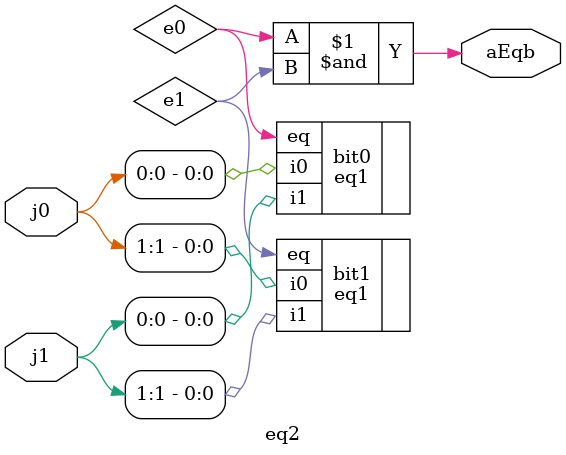
<source format=sv>
module eq2 (
    input logic [1:0] j0,j1,
    output logic aEqb
);
    logic e0, e1;
    assign aEqb = e0 & e1;
    eq1 bit0 (.i0(j0[0]),.i1(j1[0]),.eq(e0));
    eq1 bit1 (.i0(j0[1]),.i1(j1[1]),.eq(e1));
endmodule
</source>
